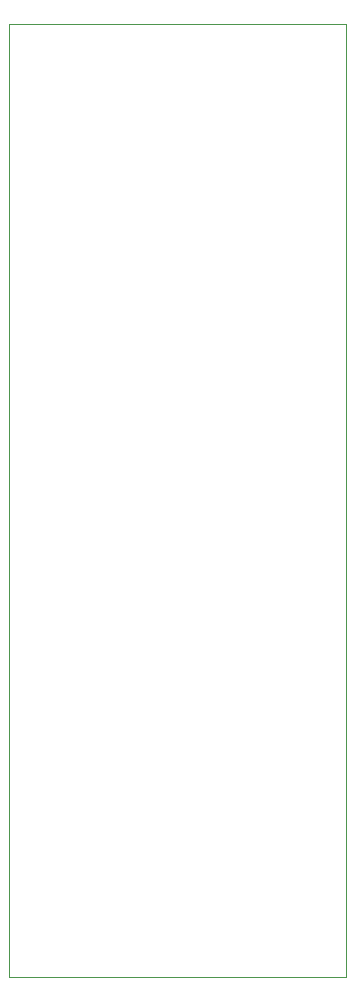
<source format=gbr>
%TF.GenerationSoftware,KiCad,Pcbnew,(5.1.5)-3*%
%TF.CreationDate,2020-11-01T10:27:24+01:00*%
%TF.ProjectId,PmodDAC,506d6f64-4441-4432-9e6b-696361645f70,v0.2*%
%TF.SameCoordinates,Original*%
%TF.FileFunction,Profile,NP*%
%FSLAX46Y46*%
G04 Gerber Fmt 4.6, Leading zero omitted, Abs format (unit mm)*
G04 Created by KiCad (PCBNEW (5.1.5)-3) date 2020-11-01 10:27:24*
%MOMM*%
%LPD*%
G04 APERTURE LIST*
%TA.AperFunction,Profile*%
%ADD10C,0.050000*%
%TD*%
G04 APERTURE END LIST*
D10*
X-135255000Y-19050000D02*
X-135255000Y-28575000D01*
X-106680000Y-19050000D02*
X-135255000Y-19050000D01*
X-106680000Y-19685000D02*
X-106680000Y-19050000D01*
X-106680000Y-24130000D02*
X-106680000Y-19685000D01*
X-135255000Y-46990000D02*
X-135255000Y-28575000D01*
X-106680000Y-29845000D02*
X-106680000Y-24130000D01*
X-106680000Y-59690000D02*
X-106680000Y-29845000D01*
X-106680000Y-81280000D02*
X-106680000Y-59690000D01*
X-106680000Y-99695000D02*
X-106680000Y-81280000D01*
X-135255000Y-99695000D02*
X-106680000Y-99695000D01*
X-135255000Y-90170000D02*
X-135255000Y-99695000D01*
X-135255000Y-68580000D02*
X-135255000Y-90170000D01*
X-135255000Y-55880000D02*
X-135255000Y-68580000D01*
X-135255000Y-46990000D02*
X-135255000Y-55880000D01*
M02*

</source>
